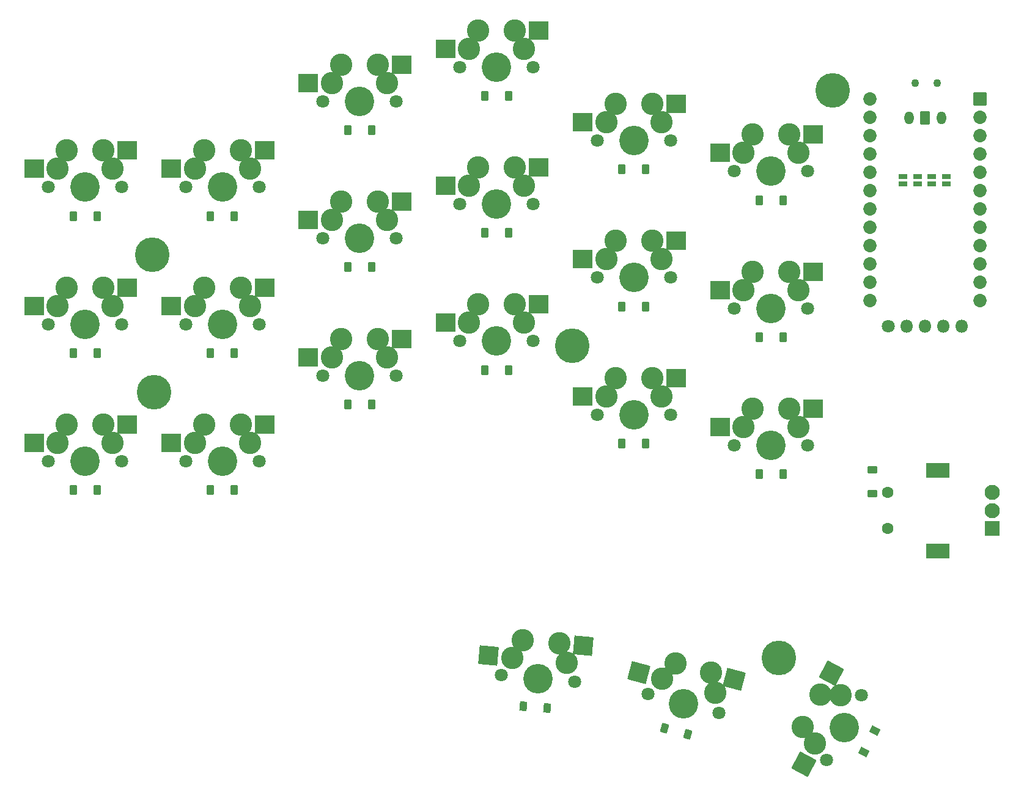
<source format=gbr>
%TF.GenerationSoftware,KiCad,Pcbnew,7.0.10*%
%TF.CreationDate,2024-02-08T10:53:14-05:00*%
%TF.ProjectId,kestrel,6b657374-7265-46c2-9e6b-696361645f70,v1.0.0*%
%TF.SameCoordinates,Original*%
%TF.FileFunction,Soldermask,Bot*%
%TF.FilePolarity,Negative*%
%FSLAX46Y46*%
G04 Gerber Fmt 4.6, Leading zero omitted, Abs format (unit mm)*
G04 Created by KiCad (PCBNEW 7.0.10) date 2024-02-08 10:53:14*
%MOMM*%
%LPD*%
G01*
G04 APERTURE LIST*
G04 Aperture macros list*
%AMRoundRect*
0 Rectangle with rounded corners*
0 $1 Rounding radius*
0 $2 $3 $4 $5 $6 $7 $8 $9 X,Y pos of 4 corners*
0 Add a 4 corners polygon primitive as box body*
4,1,4,$2,$3,$4,$5,$6,$7,$8,$9,$2,$3,0*
0 Add four circle primitives for the rounded corners*
1,1,$1+$1,$2,$3*
1,1,$1+$1,$4,$5*
1,1,$1+$1,$6,$7*
1,1,$1+$1,$8,$9*
0 Add four rect primitives between the rounded corners*
20,1,$1+$1,$2,$3,$4,$5,0*
20,1,$1+$1,$4,$5,$6,$7,0*
20,1,$1+$1,$6,$7,$8,$9,0*
20,1,$1+$1,$8,$9,$2,$3,0*%
G04 Aperture macros list end*
%ADD10C,1.100000*%
%ADD11RoundRect,0.050000X0.450000X0.600000X-0.450000X0.600000X-0.450000X-0.600000X0.450000X-0.600000X0*%
%ADD12C,1.801800*%
%ADD13C,3.100000*%
%ADD14C,4.087800*%
%ADD15RoundRect,0.050000X-1.275000X-1.250000X1.275000X-1.250000X1.275000X1.250000X-1.275000X1.250000X0*%
%ADD16C,4.800000*%
%ADD17RoundRect,0.050000X0.500581X0.558497X-0.395994X0.636937X-0.500581X-0.558497X0.395994X-0.636937X0*%
%ADD18RoundRect,0.050000X-0.571500X0.317500X-0.571500X-0.317500X0.571500X-0.317500X0.571500X0.317500X0*%
%ADD19RoundRect,0.050000X0.589958X0.463087X-0.279375X0.696024X-0.589958X-0.463087X0.279375X-0.696024X0*%
%ADD20RoundRect,0.050000X-1.379093X-1.134120X1.161204X-1.356367X1.379093X1.134120X-1.161204X1.356367X0*%
%ADD21RoundRect,0.050000X1.600000X1.000000X-1.600000X1.000000X-1.600000X-1.000000X1.600000X-1.000000X0*%
%ADD22C,1.600000*%
%ADD23RoundRect,0.050000X1.000000X1.000000X-1.000000X1.000000X-1.000000X-1.000000X1.000000X-1.000000X0*%
%ADD24C,2.100000*%
%ADD25C,1.800000*%
%ADD26O,1.800000X1.800000*%
%ADD27RoundRect,0.050000X-1.555079X-0.877413X0.908032X-1.537402X1.555079X0.877413X-0.908032X1.537402X0*%
%ADD28RoundRect,0.050000X0.505108X-1.712598X1.702261X0.538919X-0.505108X1.712598X-1.702261X-0.538919X0*%
%ADD29RoundRect,0.050000X-0.318506X0.679009X-0.741031X-0.115643X0.318506X-0.679009X0.741031X0.115643X0*%
%ADD30O,1.300000X1.800000*%
%ADD31RoundRect,0.050000X-0.600000X-0.850000X0.600000X-0.850000X0.600000X0.850000X-0.600000X0.850000X0*%
%ADD32RoundRect,0.050000X-0.876300X0.876300X-0.876300X-0.876300X0.876300X-0.876300X0.876300X0.876300X0*%
%ADD33C,1.852600*%
%ADD34RoundRect,0.050000X-0.600000X0.450000X-0.600000X-0.450000X0.600000X-0.450000X0.600000X0.450000X0*%
G04 APERTURE END LIST*
D10*
%TO.C,T1*%
X256572400Y-98026400D03*
X259572400Y-98026400D03*
%TD*%
D11*
%TO.C,D13*%
X219238000Y-147976000D03*
X215938000Y-147976000D03*
%TD*%
D12*
%TO.C,S8*%
X174508000Y-119536000D03*
D13*
X175778000Y-116996000D03*
X177048000Y-114456000D03*
D14*
X179588000Y-119536000D03*
D13*
X182128000Y-114456000D03*
X183398000Y-116996000D03*
D12*
X184668000Y-119536000D03*
D15*
X172503000Y-116996000D03*
X185430000Y-114456000D03*
%TD*%
D12*
%TO.C,S11*%
X193508000Y-114776000D03*
D13*
X194778000Y-112236000D03*
X196048000Y-109696000D03*
D14*
X198588000Y-114776000D03*
D13*
X201128000Y-109696000D03*
X202398000Y-112236000D03*
D12*
X203668000Y-114776000D03*
D15*
X191503000Y-112236000D03*
X204430000Y-109696000D03*
%TD*%
D16*
%TO.C,TH3*%
X209025000Y-134450000D03*
%TD*%
D11*
%TO.C,D14*%
X219238000Y-128976000D03*
X215938000Y-128976000D03*
%TD*%
D12*
%TO.C,S15*%
X212508000Y-105976000D03*
D13*
X213778000Y-103436000D03*
X215048000Y-100896000D03*
D14*
X217588000Y-105976000D03*
D13*
X220128000Y-100896000D03*
X221398000Y-103436000D03*
D12*
X222668000Y-105976000D03*
D15*
X210503000Y-103436000D03*
X223430000Y-100896000D03*
%TD*%
D12*
%TO.C,S14*%
X212508000Y-124976000D03*
D13*
X213778000Y-122436000D03*
X215048000Y-119896000D03*
D14*
X217588000Y-124976000D03*
D13*
X220128000Y-119896000D03*
X221398000Y-122436000D03*
D12*
X222668000Y-124976000D03*
D15*
X210503000Y-122436000D03*
X223430000Y-119896000D03*
%TD*%
D17*
%TO.C,D19*%
X205583098Y-184654586D03*
X202295656Y-184366972D03*
%TD*%
D11*
%TO.C,D7*%
X181238000Y-142536000D03*
X177938000Y-142536000D03*
%TD*%
D12*
%TO.C,S7*%
X174508000Y-138536000D03*
D13*
X175778000Y-135996000D03*
X177048000Y-133456000D03*
D14*
X179588000Y-138536000D03*
D13*
X182128000Y-133456000D03*
X183398000Y-135996000D03*
D12*
X184668000Y-138536000D03*
D15*
X172503000Y-135996000D03*
X185430000Y-133456000D03*
%TD*%
D11*
%TO.C,D18*%
X238238000Y-114226000D03*
X234938000Y-114226000D03*
%TD*%
D12*
%TO.C,S16*%
X231508000Y-148226000D03*
D13*
X232778000Y-145686000D03*
X234048000Y-143146000D03*
D14*
X236588000Y-148226000D03*
D13*
X239128000Y-143146000D03*
X240398000Y-145686000D03*
D12*
X241668000Y-148226000D03*
D15*
X229503000Y-145686000D03*
X242430000Y-143146000D03*
%TD*%
D16*
%TO.C,TH3*%
X245125000Y-99050000D03*
%TD*%
D11*
%TO.C,D8*%
X181238000Y-123536000D03*
X177938000Y-123536000D03*
%TD*%
%TO.C,D17*%
X238238000Y-133226000D03*
X234938000Y-133226000D03*
%TD*%
D12*
%TO.C,S13*%
X212508000Y-143976000D03*
D13*
X213778000Y-141436000D03*
X215048000Y-138896000D03*
D14*
X217588000Y-143976000D03*
D13*
X220128000Y-138896000D03*
X221398000Y-141436000D03*
D12*
X222668000Y-143976000D03*
D15*
X210503000Y-141436000D03*
X223430000Y-138896000D03*
%TD*%
D12*
%TO.C,S1*%
X136508000Y-150436000D03*
D13*
X137778000Y-147896000D03*
X139048000Y-145356000D03*
D14*
X141588000Y-150436000D03*
D13*
X144128000Y-145356000D03*
X145398000Y-147896000D03*
D12*
X146668000Y-150436000D03*
D15*
X134503000Y-147896000D03*
X147430000Y-145356000D03*
%TD*%
D11*
%TO.C,D2*%
X143238000Y-135436000D03*
X139938000Y-135436000D03*
%TD*%
%TO.C,D4*%
X162238000Y-154436000D03*
X158938000Y-154436000D03*
%TD*%
D16*
%TO.C,TH3*%
X237650000Y-177675000D03*
%TD*%
D11*
%TO.C,D5*%
X162238000Y-135436000D03*
X158938000Y-135436000D03*
%TD*%
%TO.C,D3*%
X143238000Y-116436000D03*
X139938000Y-116436000D03*
%TD*%
%TO.C,D11*%
X200238000Y-118776000D03*
X196938000Y-118776000D03*
%TD*%
D18*
%TO.C,J4*%
X258858000Y-110947200D03*
X258858000Y-111947960D03*
%TD*%
D11*
%TO.C,D10*%
X200238000Y-137776000D03*
X196938000Y-137776000D03*
%TD*%
D19*
%TO.C,D20*%
X225046751Y-188290103D03*
X221859195Y-187436001D03*
%TD*%
D12*
%TO.C,S5*%
X155508000Y-131436000D03*
D13*
X156778000Y-128896000D03*
X158048000Y-126356000D03*
D14*
X160588000Y-131436000D03*
D13*
X163128000Y-126356000D03*
X164398000Y-128896000D03*
D12*
X165668000Y-131436000D03*
D15*
X153503000Y-128896000D03*
X166430000Y-126356000D03*
%TD*%
D12*
%TO.C,S19*%
X199227331Y-180083249D03*
D13*
X200713874Y-177663602D03*
X202200417Y-175243955D03*
D14*
X204288000Y-180526000D03*
D13*
X207261086Y-175686707D03*
X208304877Y-178327729D03*
D12*
X209348669Y-180968751D03*
D20*
X197451336Y-177378167D03*
X210550521Y-175974495D03*
%TD*%
D21*
%TO.C,ROT1*%
X259708000Y-162866000D03*
X259708000Y-151666000D03*
D22*
X252708000Y-159766000D03*
X252708000Y-154766000D03*
D23*
X267208000Y-159766000D03*
D24*
X267208000Y-154766000D03*
X267208000Y-157266000D03*
%TD*%
D12*
%TO.C,S4*%
X155508000Y-150436000D03*
D13*
X156778000Y-147896000D03*
X158048000Y-145356000D03*
D14*
X160588000Y-150436000D03*
D13*
X163128000Y-145356000D03*
X164398000Y-147896000D03*
D12*
X165668000Y-150436000D03*
D15*
X153503000Y-147896000D03*
X166430000Y-145356000D03*
%TD*%
D16*
%TO.C,TH3*%
X150875000Y-121825000D03*
%TD*%
D12*
%TO.C,S12*%
X193508000Y-95776000D03*
D13*
X194778000Y-93236000D03*
X196048000Y-90696000D03*
D14*
X198588000Y-95776000D03*
D13*
X201128000Y-90696000D03*
X202398000Y-93236000D03*
D12*
X203668000Y-95776000D03*
D15*
X191503000Y-93236000D03*
X204430000Y-90696000D03*
%TD*%
D11*
%TO.C,D1*%
X143238000Y-154436000D03*
X139938000Y-154436000D03*
%TD*%
D25*
%TO.C,REF\u002A*%
X252842600Y-131724400D03*
D26*
X255382600Y-131724400D03*
X257922600Y-131724400D03*
X260462600Y-131724400D03*
X263002600Y-131724400D03*
%TD*%
D11*
%TO.C,D6*%
X162238000Y-116436000D03*
X158938000Y-116436000D03*
%TD*%
D12*
%TO.C,S17*%
X231508000Y-129226000D03*
D13*
X232778000Y-126686000D03*
X234048000Y-124146000D03*
D14*
X236588000Y-129226000D03*
D13*
X239128000Y-124146000D03*
X240398000Y-126686000D03*
D12*
X241668000Y-129226000D03*
D15*
X229503000Y-126686000D03*
X242430000Y-124146000D03*
%TD*%
D12*
%TO.C,S9*%
X174508000Y-100536000D03*
D13*
X175778000Y-97996000D03*
X177048000Y-95456000D03*
D14*
X179588000Y-100536000D03*
D13*
X182128000Y-95456000D03*
X183398000Y-97996000D03*
D12*
X184668000Y-100536000D03*
D15*
X172503000Y-97996000D03*
X185430000Y-95456000D03*
%TD*%
D18*
%TO.C,J6*%
X256858000Y-110947200D03*
X256858000Y-111947960D03*
%TD*%
D12*
%TO.C,S2*%
X136508000Y-131436000D03*
D13*
X137778000Y-128896000D03*
X139048000Y-126356000D03*
D14*
X141588000Y-131436000D03*
D13*
X144128000Y-126356000D03*
X145398000Y-128896000D03*
D12*
X146668000Y-131436000D03*
D15*
X134503000Y-128896000D03*
X147430000Y-126356000D03*
%TD*%
D11*
%TO.C,D15*%
X219238000Y-109976000D03*
X215938000Y-109976000D03*
%TD*%
D12*
%TO.C,S20*%
X219581346Y-182684548D03*
D13*
X221465472Y-180559797D03*
X223349598Y-178435045D03*
D14*
X224488249Y-183999349D03*
D13*
X228256501Y-179749846D03*
X228825827Y-182531998D03*
D12*
X229395152Y-185314150D03*
D27*
X218302065Y-179712164D03*
X231445988Y-180604467D03*
%TD*%
D12*
%TO.C,S21*%
X244302590Y-191850219D03*
D13*
X242656132Y-189536418D03*
X241009674Y-187222616D03*
D14*
X246687506Y-187364845D03*
D13*
X243394590Y-182737243D03*
X246233506Y-182808357D03*
D12*
X249072422Y-182879471D03*
D28*
X241118613Y-192428071D03*
X244944785Y-179821750D03*
%TD*%
D11*
%TO.C,D16*%
X238238000Y-152226000D03*
X234938000Y-152226000D03*
%TD*%
D16*
%TO.C,TH3*%
X151175000Y-140825000D03*
%TD*%
D12*
%TO.C,S3*%
X136508000Y-112436000D03*
D13*
X137778000Y-109896000D03*
X139048000Y-107356000D03*
D14*
X141588000Y-112436000D03*
D13*
X144128000Y-107356000D03*
X145398000Y-109896000D03*
D12*
X146668000Y-112436000D03*
D15*
X134503000Y-109896000D03*
X147430000Y-107356000D03*
%TD*%
D11*
%TO.C,D12*%
X200238000Y-99776000D03*
X196938000Y-99776000D03*
%TD*%
D12*
%TO.C,S6*%
X155508000Y-112436000D03*
D13*
X156778000Y-109896000D03*
X158048000Y-107356000D03*
D14*
X160588000Y-112436000D03*
D13*
X163128000Y-107356000D03*
X164398000Y-109896000D03*
D12*
X165668000Y-112436000D03*
D15*
X153503000Y-109896000D03*
X166430000Y-107356000D03*
%TD*%
D29*
%TO.C,D21*%
X250993925Y-187785867D03*
X249444669Y-190699595D03*
%TD*%
D18*
%TO.C,J2*%
X260858000Y-110947200D03*
X260858000Y-111947960D03*
%TD*%
%TO.C,J8*%
X254858000Y-110947200D03*
X254858000Y-111947960D03*
%TD*%
D12*
%TO.C,S10*%
X193508000Y-133776000D03*
D13*
X194778000Y-131236000D03*
X196048000Y-128696000D03*
D14*
X198588000Y-133776000D03*
D13*
X201128000Y-128696000D03*
X202398000Y-131236000D03*
D12*
X203668000Y-133776000D03*
D15*
X191503000Y-131236000D03*
X204430000Y-128696000D03*
%TD*%
D30*
%TO.C,JST REV1*%
X255661600Y-102867100D03*
D31*
X257911600Y-102867100D03*
D30*
X260161600Y-102867100D03*
%TD*%
D11*
%TO.C,D9*%
X181238000Y-104536000D03*
X177938000Y-104536000D03*
%TD*%
D32*
%TO.C,MCU1*%
X265531600Y-100228400D03*
D33*
X265531600Y-102768400D03*
X265531600Y-105308400D03*
X265531600Y-107848400D03*
X265531600Y-110388400D03*
X265531600Y-112928400D03*
X265531600Y-115468400D03*
X265531600Y-118008400D03*
X265531600Y-120548400D03*
X265531600Y-123088400D03*
X265531600Y-125628400D03*
X265531600Y-128168400D03*
X250291600Y-100228400D03*
X250291600Y-102768400D03*
X250291600Y-105308400D03*
X250291600Y-107848400D03*
X250291600Y-110388400D03*
X250291600Y-112928400D03*
X250291600Y-115468400D03*
X250291600Y-118008400D03*
X250291600Y-120548400D03*
X250291600Y-123088400D03*
X250291600Y-125628400D03*
X250291600Y-128168400D03*
%TD*%
D12*
%TO.C,S18*%
X231508000Y-110226000D03*
D13*
X232778000Y-107686000D03*
X234048000Y-105146000D03*
D14*
X236588000Y-110226000D03*
D13*
X239128000Y-105146000D03*
X240398000Y-107686000D03*
D12*
X241668000Y-110226000D03*
D15*
X229503000Y-107686000D03*
X242430000Y-105146000D03*
%TD*%
D34*
%TO.C,D22*%
X250588000Y-151576000D03*
X250588000Y-154876000D03*
%TD*%
M02*

</source>
